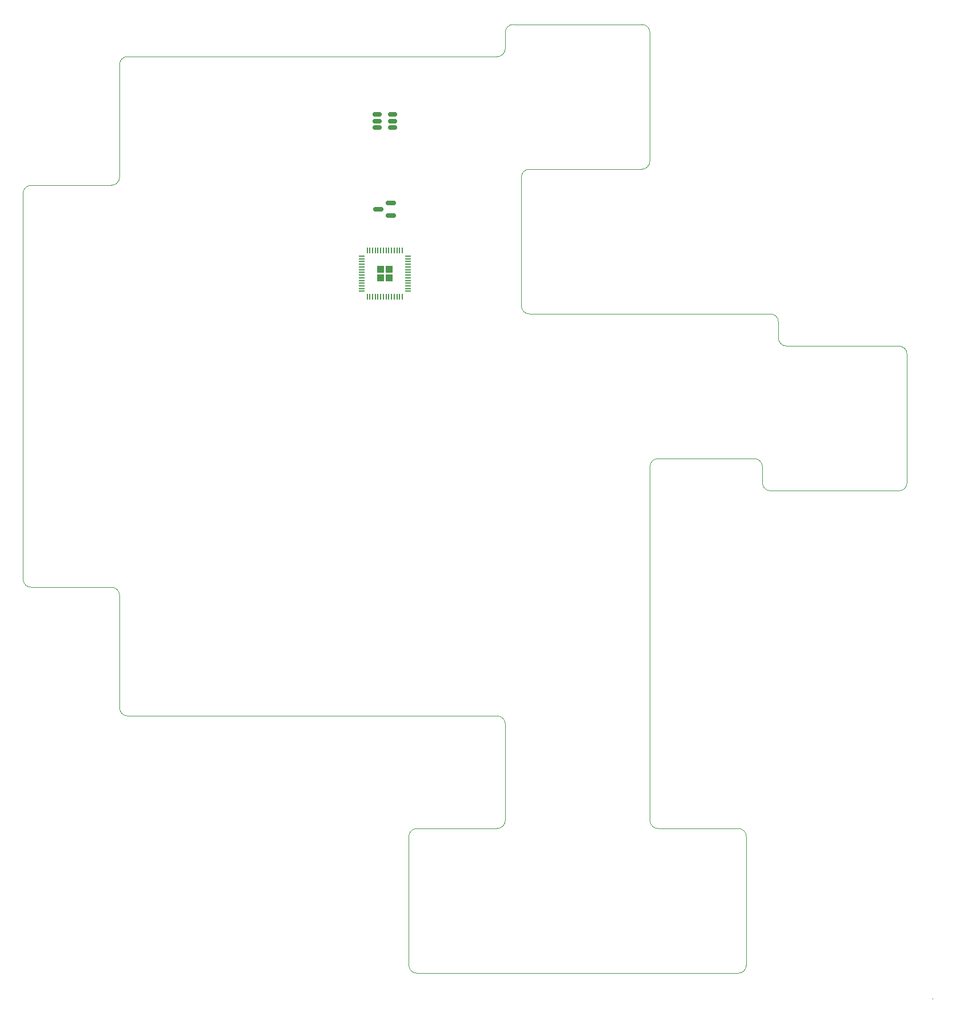
<source format=gbr>
G04 #@! TF.GenerationSoftware,KiCad,Pcbnew,(6.0.1)*
G04 #@! TF.CreationDate,2022-02-27T23:30:46-05:00*
G04 #@! TF.ProjectId,keyboard,6b657962-6f61-4726-942e-6b696361645f,rev?*
G04 #@! TF.SameCoordinates,Original*
G04 #@! TF.FileFunction,Paste,Bot*
G04 #@! TF.FilePolarity,Positive*
%FSLAX46Y46*%
G04 Gerber Fmt 4.6, Leading zero omitted, Abs format (unit mm)*
G04 Created by KiCad (PCBNEW (6.0.1)) date 2022-02-27 23:30:46*
%MOMM*%
%LPD*%
G01*
G04 APERTURE LIST*
G04 Aperture macros list*
%AMRoundRect*
0 Rectangle with rounded corners*
0 $1 Rounding radius*
0 $2 $3 $4 $5 $6 $7 $8 $9 X,Y pos of 4 corners*
0 Add a 4 corners polygon primitive as box body*
4,1,4,$2,$3,$4,$5,$6,$7,$8,$9,$2,$3,0*
0 Add four circle primitives for the rounded corners*
1,1,$1+$1,$2,$3*
1,1,$1+$1,$4,$5*
1,1,$1+$1,$6,$7*
1,1,$1+$1,$8,$9*
0 Add four rect primitives between the rounded corners*
20,1,$1+$1,$2,$3,$4,$5,0*
20,1,$1+$1,$4,$5,$6,$7,0*
20,1,$1+$1,$6,$7,$8,$9,0*
20,1,$1+$1,$8,$9,$2,$3,0*%
G04 Aperture macros list end*
G04 #@! TA.AperFunction,Profile*
%ADD10C,0.100000*%
G04 #@! TD*
G04 #@! TA.AperFunction,Profile*
%ADD11C,0.200000*%
G04 #@! TD*
%ADD12RoundRect,0.250000X0.292217X0.292217X-0.292217X0.292217X-0.292217X-0.292217X0.292217X-0.292217X0*%
%ADD13RoundRect,0.050000X0.387500X0.050000X-0.387500X0.050000X-0.387500X-0.050000X0.387500X-0.050000X0*%
%ADD14RoundRect,0.050000X0.050000X0.387500X-0.050000X0.387500X-0.050000X-0.387500X0.050000X-0.387500X0*%
%ADD15RoundRect,0.150000X0.587500X0.150000X-0.587500X0.150000X-0.587500X-0.150000X0.587500X-0.150000X0*%
%ADD16RoundRect,0.150000X0.512500X0.150000X-0.512500X0.150000X-0.512500X-0.150000X0.512500X-0.150000X0*%
G04 APERTURE END LIST*
D10*
X303609375Y-130968750D02*
X303609375Y-116681250D01*
X316706250Y-234553125D02*
X304800000Y-234553125D01*
X316706250Y-255984375D02*
G75*
G03*
X317896875Y-254793750I0J1190625D01*
G01*
X320278125Y-180975000D02*
X320278125Y-183356250D01*
X322659375Y-161925000D02*
G75*
G03*
X323850000Y-163115625I1190625J0D01*
G01*
X211931250Y-139303125D02*
G75*
G03*
X210740625Y-140493750I0J-1190625D01*
G01*
X284559375Y-157162500D02*
G75*
G03*
X285750000Y-158353125I1190625J0D01*
G01*
X303609375Y-233362500D02*
X303609375Y-180975000D01*
X242887500Y-120253125D02*
X280987500Y-120253125D01*
X280987500Y-120253125D02*
G75*
G03*
X282178125Y-119062500I0J1190625D01*
G01*
X304800000Y-179784375D02*
X319087500Y-179784375D01*
X282178125Y-219075000D02*
X282178125Y-233362500D01*
X317896875Y-254793750D02*
X317896875Y-235743750D01*
X226218750Y-217884375D02*
X280987500Y-217884375D01*
X341709375Y-183356250D02*
X341709375Y-178593750D01*
X303609375Y-233362500D02*
G75*
G03*
X304800000Y-234553125I1190625J0D01*
G01*
X284559375Y-141684375D02*
X284559375Y-138112500D01*
X225028125Y-200025000D02*
G75*
G03*
X223837500Y-198834375I-1190625J0D01*
G01*
X226218750Y-120253125D02*
X242887500Y-120253125D01*
X211931250Y-198834375D02*
X223837500Y-198834375D01*
X317896875Y-235743750D02*
G75*
G03*
X316706250Y-234553125I-1190625J0D01*
G01*
X210740625Y-197643750D02*
G75*
G03*
X211931250Y-198834375I1190625J0D01*
G01*
X225028125Y-216693750D02*
G75*
G03*
X226218750Y-217884375I1190625J0D01*
G01*
X302418750Y-136921875D02*
G75*
G03*
X303609375Y-135731250I0J1190625D01*
G01*
X304800000Y-179784375D02*
G75*
G03*
X303609375Y-180975000I0J-1190625D01*
G01*
X282178125Y-219075000D02*
G75*
G03*
X280987500Y-217884375I-1190625J0D01*
G01*
X280987500Y-234553125D02*
X269081250Y-234553125D01*
X225028125Y-121443750D02*
X225028125Y-138112500D01*
X285750000Y-136921875D02*
X302418750Y-136921875D01*
X341709375Y-164306250D02*
G75*
G03*
X340518750Y-163115625I-1190625J0D01*
G01*
X223837500Y-139303125D02*
G75*
G03*
X225028125Y-138112500I0J1190625D01*
G01*
X320278125Y-183356250D02*
G75*
G03*
X321468750Y-184546875I1190625J0D01*
G01*
X280987500Y-234553125D02*
G75*
G03*
X282178125Y-233362500I0J1190625D01*
G01*
X282178125Y-119062500D02*
X282178125Y-116681250D01*
X321468750Y-184546875D02*
X340518750Y-184546875D01*
X341709375Y-178593750D02*
X341709375Y-164306250D01*
X284559375Y-141684375D02*
X284559375Y-157162500D01*
D11*
X345518751Y-259793750D02*
G75*
G03*
X345518751Y-259793750I-1J0D01*
G01*
D10*
X269081250Y-255984375D02*
X316706250Y-255984375D01*
X322659375Y-161925000D02*
X322659375Y-159543750D01*
X267890625Y-254793750D02*
G75*
G03*
X269081250Y-255984375I1190625J0D01*
G01*
X226218750Y-120253125D02*
G75*
G03*
X225028125Y-121443750I0J-1190625D01*
G01*
X223837500Y-139303125D02*
X211931250Y-139303125D01*
X340518750Y-163115625D02*
X323850000Y-163115625D01*
X267890625Y-235743750D02*
X267890625Y-254793750D01*
X285750000Y-136921875D02*
G75*
G03*
X284559375Y-138112500I0J-1190625D01*
G01*
X303609375Y-135731250D02*
X303609375Y-130968750D01*
X225028125Y-200025000D02*
X225028125Y-216693750D01*
X303609375Y-116681250D02*
G75*
G03*
X302418750Y-115490625I-1190625J0D01*
G01*
X269081250Y-234553125D02*
G75*
G03*
X267890625Y-235743750I0J-1190625D01*
G01*
X340518750Y-184546875D02*
G75*
G03*
X341709375Y-183356250I0J1190625D01*
G01*
X283368750Y-115490625D02*
G75*
G03*
X282178125Y-116681250I0J-1190625D01*
G01*
X322659375Y-159543750D02*
G75*
G03*
X321468750Y-158353125I-1190625J0D01*
G01*
X320278125Y-180975000D02*
G75*
G03*
X319087500Y-179784375I-1190625J0D01*
G01*
X285750000Y-158353125D02*
X321468750Y-158353125D01*
X210740625Y-140493750D02*
X210740625Y-197643750D01*
X283368750Y-115490625D02*
X302418750Y-115490625D01*
D12*
X263681250Y-153037500D03*
X263681250Y-151762500D03*
X264956250Y-151762500D03*
X264956250Y-153037500D03*
D13*
X267756250Y-149800000D03*
X267756250Y-150200000D03*
X267756250Y-150600000D03*
X267756250Y-151000000D03*
X267756250Y-151400000D03*
X267756250Y-151800000D03*
X267756250Y-152200000D03*
X267756250Y-152600000D03*
X267756250Y-153000000D03*
X267756250Y-153400000D03*
X267756250Y-153800000D03*
X267756250Y-154200000D03*
X267756250Y-154600000D03*
X267756250Y-155000000D03*
D14*
X266918750Y-155837500D03*
X266518750Y-155837500D03*
X266118750Y-155837500D03*
X265718750Y-155837500D03*
X265318750Y-155837500D03*
X264918750Y-155837500D03*
X264518750Y-155837500D03*
X264118750Y-155837500D03*
X263718750Y-155837500D03*
X263318750Y-155837500D03*
X262918750Y-155837500D03*
X262518750Y-155837500D03*
X262118750Y-155837500D03*
X261718750Y-155837500D03*
D13*
X260881250Y-155000000D03*
X260881250Y-154600000D03*
X260881250Y-154200000D03*
X260881250Y-153800000D03*
X260881250Y-153400000D03*
X260881250Y-153000000D03*
X260881250Y-152600000D03*
X260881250Y-152200000D03*
X260881250Y-151800000D03*
X260881250Y-151400000D03*
X260881250Y-151000000D03*
X260881250Y-150600000D03*
X260881250Y-150200000D03*
X260881250Y-149800000D03*
D14*
X261718750Y-148962500D03*
X262118750Y-148962500D03*
X262518750Y-148962500D03*
X262918750Y-148962500D03*
X263318750Y-148962500D03*
X263718750Y-148962500D03*
X264118750Y-148962500D03*
X264518750Y-148962500D03*
X264918750Y-148962500D03*
X265318750Y-148962500D03*
X265718750Y-148962500D03*
X266118750Y-148962500D03*
X266518750Y-148962500D03*
X266918750Y-148962500D03*
D15*
X265256250Y-141925000D03*
X265256250Y-143825000D03*
X263381250Y-142875000D03*
D16*
X265456250Y-128828125D03*
X265456250Y-129778125D03*
X265456250Y-130728125D03*
X263181250Y-130728125D03*
X263181250Y-129778125D03*
X263181250Y-128828125D03*
M02*

</source>
